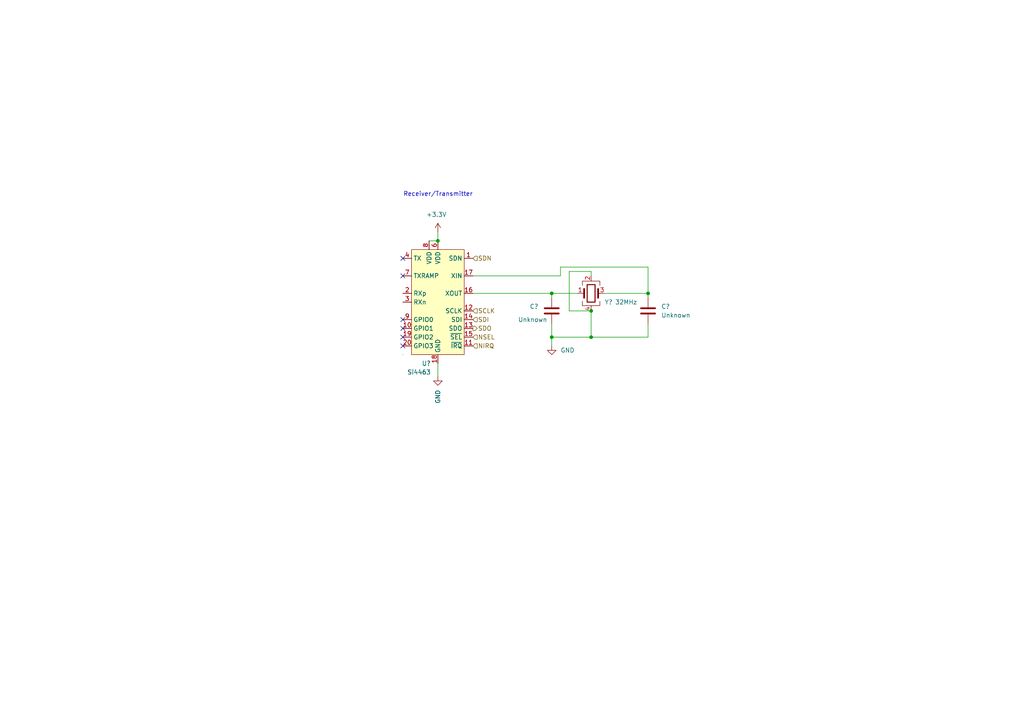
<source format=kicad_sch>
(kicad_sch (version 20211123) (generator eeschema)
  (paper "A4")
  (lib_symbols
    (symbol "Device:C" (pin_numbers hide) (pin_names (offset 0.254))
      (property "Reference" "C" (at 0.635 2.54 0))
      (property "Value" "C" (at 0.635 -2.54 0))
      (symbol "C_0_1"
        (polyline (pts (xy -2.032 -0.762) (xy 2.032 -0.762)) (stroke (width 0.508)))
        (polyline (pts (xy -2.032 0.762) (xy 2.032 0.762)) (stroke (width 0.508)))
      )
      (symbol "C_1_1"
        (pin passive line (at 0 3.81 270) (length 2.794) (name "~") (number "1"))
        (pin passive line (at 0 -3.81 90) (length 2.794) (name "~") (number "2"))
      )
    )
    (symbol "Device:Crystal_GND24" (pin_names (offset 1.016) hide)
      (property "Reference" "Y" (at 3.175 5.08 0))
      (property "Value" "Crystal_GND24" (at 3.175 3.175 0))
      (symbol "Crystal_GND24_0_1"
        (rectangle (start -1.143 2.54) (end 1.143 -2.54) (stroke (width 0.3048)))
        (polyline (pts (xy -2.54 0) (xy -2.032 0)))
        (polyline (pts (xy -2.032 -1.27) (xy -2.032 1.27)) (stroke (width 0.508)))
        (polyline (pts (xy 0 -3.81) (xy 0 -3.556)))
        (polyline (pts (xy 0 3.556) (xy 0 3.81)))
        (polyline (pts (xy 2.032 -1.27) (xy 2.032 1.27)) (stroke (width 0.508)))
        (polyline (pts (xy 2.032 0) (xy 2.54 0)))
        (polyline (pts (xy -2.54 -2.286) (xy -2.54 -3.556) (xy 2.54 -3.556) (xy 2.54 -2.286)))
        (polyline (pts (xy -2.54 2.286) (xy -2.54 3.556) (xy 2.54 3.556) (xy 2.54 2.286)))
      )
      (symbol "Crystal_GND24_1_1"
        (pin passive line (at -3.81 0 0) (length 1.27) (name "1") (number "1"))
        (pin passive line (at 0 5.08 270) (length 1.27) (name "2") (number "2"))
        (pin passive line (at 3.81 0 180) (length 1.27) (name "3") (number "3"))
        (pin passive line (at 0 -5.08 90) (length 1.27) (name "4") (number "4"))
      )
    )
    (symbol "RF:Si4463"
      (property "Reference" "U" (at -6.35 16.51 0))
      (property "Value" "Si4463" (at 6.35 16.51 0))
      (symbol "Si4463_0_1"
        (rectangle (start -7.62 15.24) (end 7.62 -15.24) (fill (type background)))
        (rectangle (start 10.16 -15.24) (end 10.16 -15.24))
      )
      (symbol "Si4463_1_1"
        (pin input line (at -10.16 12.7 0) (length 2.54) (name "SDN") (number "1"))
        (pin bidirectional line (at 10.16 -7.62 180) (length 2.54) (name "GPIO1") (number "10"))
        (pin open_collector line (at -10.16 -12.7 0) (length 2.54) (name "~{IRQ}") (number "11"))
        (pin input line (at -10.16 -2.54 0) (length 2.54) (name "SCLK") (number "12"))
        (pin output line (at -10.16 -7.62 0) (length 2.54) (name "SDO") (number "13"))
        (pin input line (at -10.16 -5.08 0) (length 2.54) (name "SDI") (number "14"))
        (pin input line (at -10.16 -10.16 0) (length 2.54) (name "~{SEL}") (number "15"))
        (pin passive line (at -10.16 2.54 0) (length 2.54) (name "XOUT") (number "16"))
        (pin input line (at -10.16 7.62 0) (length 2.54) (name "XIN") (number "17"))
        (pin power_in line (at 0 -17.78 90) (length 2.54) (name "GND") (number "18"))
        (pin bidirectional line (at 10.16 -10.16 180) (length 2.54) (name "GPIO2") (number "19"))
        (pin input line (at 10.16 2.54 180) (length 2.54) (name "RXp") (number "2"))
        (pin bidirectional line (at 10.16 -12.7 180) (length 2.54) (name "GPIO3") (number "20"))
        (pin power_in line (at 0 -17.78 90) (length 2.54) hide (name "GND") (number "21"))
        (pin input line (at 10.16 0 180) (length 2.54) (name "RXn") (number "3"))
        (pin output line (at 10.16 12.7 180) (length 2.54) (name "TX") (number "4"))
        (pin no_connect line (at 7.62 -15.24 180) (length 2.54) hide (name "NC") (number "5"))
        (pin power_in line (at 0 17.78 270) (length 2.54) (name "VDD") (number "6"))
        (pin output line (at 10.16 7.62 180) (length 2.54) (name "TXRAMP") (number "7"))
        (pin power_in line (at 2.54 17.78 270) (length 2.54) (name "VDD") (number "8"))
        (pin bidirectional line (at 10.16 -5.08 180) (length 2.54) (name "GPIO0") (number "9"))
      )
    )
    (symbol "power:+3.3V" (power) (pin_names (offset 0))
      (property "Value" "+3.3V" (at 0 3.556 0))
      (symbol "+3.3V_0_1"
        (polyline (pts (xy -0.762 1.27) (xy 0 2.54)))
        (polyline (pts (xy 0 0) (xy 0 2.54)))
        (polyline (pts (xy 0 2.54) (xy 0.762 1.27)))
      )
      (symbol "+3.3V_1_1"
        (pin power_in line (at 0 0 90) (length 0) hide (name "+3.3V") (number "1"))
      )
    )
    (symbol "power:GND" (power) (pin_names (offset 0))
      (property "Value" "GND" (at 0 -3.81 0))
      (symbol "GND_0_1"
        (polyline (pts (xy 0 0) (xy 0 -1.27) (xy 1.27 -1.27) (xy 0 -2.54) (xy -1.27 -1.27) (xy 0 -1.27)))
      )
      (symbol "GND_1_1"
        (pin power_in line (at 0 0 270) (length 0) hide (name "GND") (number "1"))
      )
    )
  )
  (junction (at 171.45 90.17))
  (junction (at 187.96 85.09))
  (junction (at 127 69.85))
  (junction (at 171.45 97.79))
  (junction (at 160.02 97.79))
  (junction (at 160.02 85.09))
  (no_connect (at 116.84 100.33))
  (no_connect (at 116.84 80.01))
  (no_connect (at 116.84 74.93))
  (no_connect (at 116.84 97.79))
  (no_connect (at 116.84 95.25))
  (no_connect (at 116.84 92.71))
  (wire (pts (xy 187.96 97.79) (xy 171.45 97.79)))
  (wire (pts (xy 187.96 93.98) (xy 187.96 97.79)))
  (wire (pts (xy 187.96 86.36) (xy 187.96 85.09)))
  (wire (pts (xy 160.02 93.98) (xy 160.02 97.79)))
  (wire (pts (xy 127 67.31) (xy 127 69.85)))
  (wire (pts (xy 127 105.41) (xy 127 109.22)))
  (wire (pts (xy 175.26 85.09) (xy 187.96 85.09)))
  (wire (pts (xy 171.45 78.74) (xy 165.1 78.74)))
  (wire (pts (xy 171.45 90.17) (xy 171.45 97.79)))
  (wire (pts (xy 137.16 85.09) (xy 160.02 85.09)))
  (wire (pts (xy 165.1 90.17) (xy 171.45 90.17)))
  (wire (pts (xy 187.96 77.47) (xy 162.56 77.47)))
  (wire (pts (xy 127 69.85) (xy 124.46 69.85)))
  (wire (pts (xy 171.45 80.01) (xy 171.45 78.74)))
  (wire (pts (xy 165.1 78.74) (xy 165.1 90.17)))
  (wire (pts (xy 162.56 77.47) (xy 162.56 80.01)))
  (wire (pts (xy 160.02 97.79) (xy 171.45 97.79)))
  (wire (pts (xy 137.16 80.01) (xy 162.56 80.01)))
  (wire (pts (xy 187.96 85.09) (xy 187.96 77.47)))
  (wire (pts (xy 160.02 85.09) (xy 160.02 86.36)))
  (wire (pts (xy 160.02 85.09) (xy 167.64 85.09)))
  (wire (pts (xy 160.02 97.79) (xy 160.02 100.33)))
  (text "Receiver/Transmitter\n" (at 137.16 57.15 180) (effects (font (size 1.27 1.27)) (justify right bottom)))
  (hierarchical_label "SDO" (shape output) (at 137.16 95.25 0))
  (hierarchical_label "NIRQ" (shape input) (at 137.16 100.33 0))
  (hierarchical_label "SCLK" (shape input) (at 137.16 90.17 0))
  (hierarchical_label "SDI" (shape input) (at 137.16 92.71 0))
  (hierarchical_label "NSEL" (shape input) (at 137.16 97.79 0))
  (hierarchical_label "SDN" (shape input) (at 137.16 74.93 0))
  (symbol (lib_id "Device:C") (at 160.02 90.17 0) (mirror x) (unit 1)
    (property "Reference" "C?" (at 156.21 88.8999 0) (effects (justify right)))
    (property "Value" "Unknown" (at 158.75 92.71 0) (effects (justify right)))
  )
  (symbol (lib_id "Device:C") (at 187.96 90.17 0) (unit 1)
    (property "Reference" "C?" (at 191.77 88.8999 0) (effects (justify left)))
    (property "Value" "Unknown" (at 191.77 91.4399 0) (effects (justify left)))
  )
  (symbol (lib_id "power:GND") (at 160.02 100.33 0) (unit 1)
    (property "Reference" "#PWR?" (effects hide))
    (property "Value" "GND" (at 162.56 101.5999 0) (effects (justify left)))
  )
  (symbol (lib_id "power:+3.3V") (at 127 67.31 0) (unit 1)
    (property "Reference" "#PWR?" (effects hide))
    (property "Value" "+3.3V" (at 129.54 62.23 0) (effects (justify right)))
  )
  (symbol (lib_id "power:GND") (at 127 109.22 0) (mirror y) (unit 1)
    (property "Reference" "#PWR?" (effects hide))
    (property "Value" "GND" (at 127.0001 113.03 90) (effects (justify right)))
  )
  (symbol (lib_id "Device:Crystal_GND24") (at 171.45 85.09 0) (unit 1)
    (property "Reference" "Y?" (at 176.53 87.63 0))
    (property "Value" "32MHz" (at 181.61 87.63 0))
  )
  (symbol (lib_id "RF:Si4463") (at 127 87.63 0) (mirror y) (unit 1)
    (property "Reference" "U?" (at 124.9806 105.41 0) (effects (justify left)))
    (property "Value" "Si4463" (at 124.9806 107.95 0) (effects (justify left)))
    (property "Footprint" "Package_DFN_QFN:QFN-20-1EP_4x4mm_P0.5mm_EP2.6x2.6mm_ThermalVias" (effects hide))
    (property "Datasheet" "https://www.silabs.com/documents/public/data-sheets/Si4464-63-61-60.pdf" (effects hide))
  )
)
</source>
